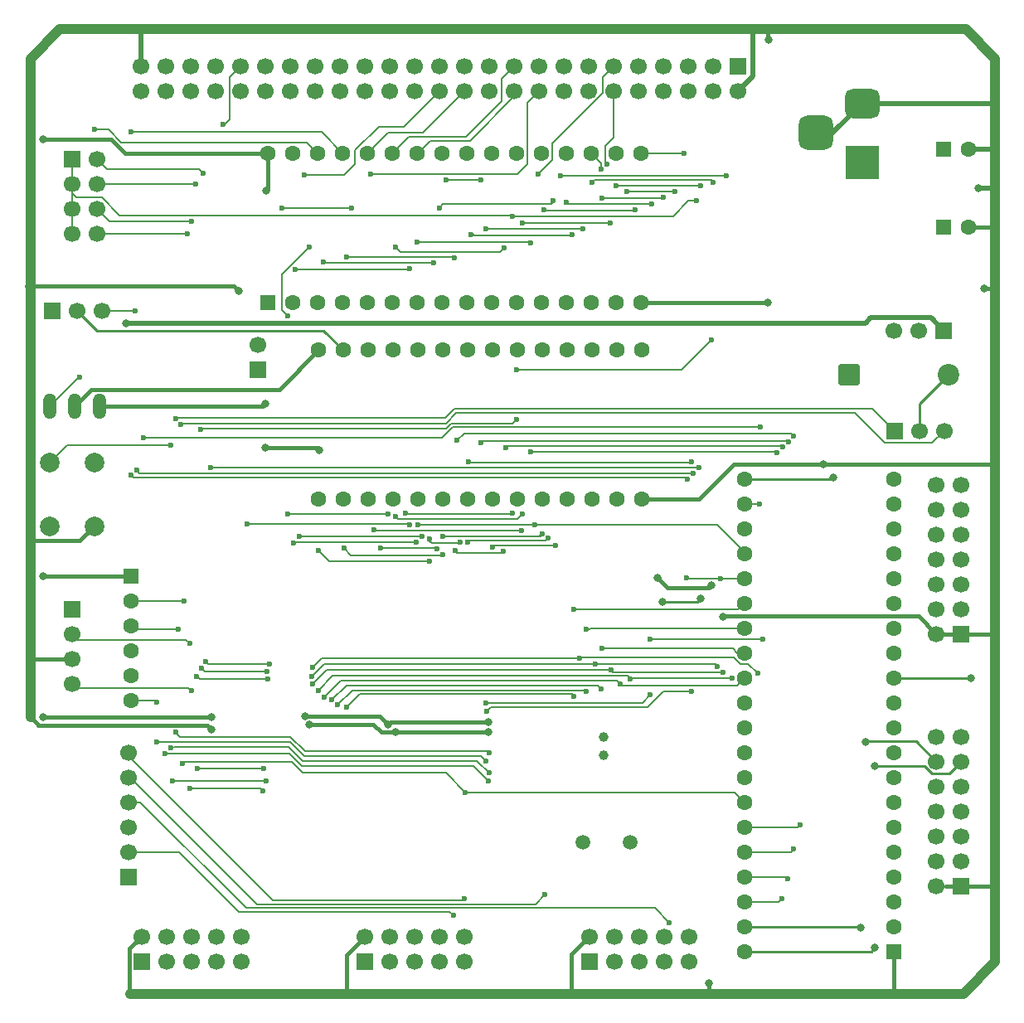
<source format=gbl>
%TF.GenerationSoftware,KiCad,Pcbnew,9.0.4*%
%TF.CreationDate,2025-09-14T15:15:17-04:00*%
%TF.ProjectId,Mench Reloaded,4d656e63-6820-4526-956c-6f616465642e,rev?*%
%TF.SameCoordinates,Original*%
%TF.FileFunction,Copper,L2,Bot*%
%TF.FilePolarity,Positive*%
%FSLAX46Y46*%
G04 Gerber Fmt 4.6, Leading zero omitted, Abs format (unit mm)*
G04 Created by KiCad (PCBNEW 9.0.4) date 2025-09-14 15:15:17*
%MOMM*%
%LPD*%
G01*
G04 APERTURE LIST*
G04 Aperture macros list*
%AMRoundRect*
0 Rectangle with rounded corners*
0 $1 Rounding radius*
0 $2 $3 $4 $5 $6 $7 $8 $9 X,Y pos of 4 corners*
0 Add a 4 corners polygon primitive as box body*
4,1,4,$2,$3,$4,$5,$6,$7,$8,$9,$2,$3,0*
0 Add four circle primitives for the rounded corners*
1,1,$1+$1,$2,$3*
1,1,$1+$1,$4,$5*
1,1,$1+$1,$6,$7*
1,1,$1+$1,$8,$9*
0 Add four rect primitives between the rounded corners*
20,1,$1+$1,$2,$3,$4,$5,0*
20,1,$1+$1,$4,$5,$6,$7,0*
20,1,$1+$1,$6,$7,$8,$9,0*
20,1,$1+$1,$8,$9,$2,$3,0*%
G04 Aperture macros list end*
%TA.AperFunction,ComponentPad*%
%ADD10R,1.700000X1.700000*%
%TD*%
%TA.AperFunction,ComponentPad*%
%ADD11C,1.700000*%
%TD*%
%TA.AperFunction,ComponentPad*%
%ADD12RoundRect,0.250000X0.550000X-0.550000X0.550000X0.550000X-0.550000X0.550000X-0.550000X-0.550000X0*%
%TD*%
%TA.AperFunction,ComponentPad*%
%ADD13C,1.600000*%
%TD*%
%TA.AperFunction,ComponentPad*%
%ADD14R,3.500000X3.500000*%
%TD*%
%TA.AperFunction,ComponentPad*%
%ADD15RoundRect,0.750000X-1.000000X0.750000X-1.000000X-0.750000X1.000000X-0.750000X1.000000X0.750000X0*%
%TD*%
%TA.AperFunction,ComponentPad*%
%ADD16RoundRect,0.875000X-0.875000X0.875000X-0.875000X-0.875000X0.875000X-0.875000X0.875000X0.875000X0*%
%TD*%
%TA.AperFunction,ComponentPad*%
%ADD17C,2.000000*%
%TD*%
%TA.AperFunction,ComponentPad*%
%ADD18C,1.000000*%
%TD*%
%TA.AperFunction,ComponentPad*%
%ADD19RoundRect,0.250000X-0.550000X-0.550000X0.550000X-0.550000X0.550000X0.550000X-0.550000X0.550000X0*%
%TD*%
%TA.AperFunction,ComponentPad*%
%ADD20C,1.500000*%
%TD*%
%TA.AperFunction,ComponentPad*%
%ADD21R,1.600000X1.600000*%
%TD*%
%TA.AperFunction,ComponentPad*%
%ADD22RoundRect,0.250000X0.550000X0.550000X-0.550000X0.550000X-0.550000X-0.550000X0.550000X-0.550000X0*%
%TD*%
%TA.AperFunction,ComponentPad*%
%ADD23O,1.320800X2.641600*%
%TD*%
%TA.AperFunction,ComponentPad*%
%ADD24RoundRect,0.249999X-0.850001X-0.850001X0.850001X-0.850001X0.850001X0.850001X-0.850001X0.850001X0*%
%TD*%
%TA.AperFunction,ComponentPad*%
%ADD25C,2.200000*%
%TD*%
%TA.AperFunction,ViaPad*%
%ADD26C,0.800000*%
%TD*%
%TA.AperFunction,ViaPad*%
%ADD27C,0.600000*%
%TD*%
%TA.AperFunction,Conductor*%
%ADD28C,1.000000*%
%TD*%
%TA.AperFunction,Conductor*%
%ADD29C,0.400000*%
%TD*%
%TA.AperFunction,Conductor*%
%ADD30C,0.500000*%
%TD*%
%TA.AperFunction,Conductor*%
%ADD31C,0.200000*%
%TD*%
%TA.AperFunction,Conductor*%
%ADD32C,0.250000*%
%TD*%
G04 APERTURE END LIST*
D10*
%TO.P,J9,1,Pin_1*%
%TO.N,+5V*%
X58000000Y-74500000D03*
D11*
%TO.P,J9,2,Pin_2*%
%TO.N,Net-(J9-Pin_2)*%
X60540000Y-74500000D03*
%TO.P,J9,3,Pin_3*%
%TO.N,MEMWEB*%
X63080000Y-74500000D03*
%TD*%
D10*
%TO.P,J1,1,Pin_1*%
%TO.N,+5V*%
X128000000Y-49500000D03*
D11*
%TO.P,J1,2,Pin_2*%
%TO.N,GND*%
X128000000Y-52040000D03*
%TO.P,J1,3,Pin_3*%
%TO.N,d0*%
X125460000Y-49500000D03*
%TO.P,J1,4,Pin_4*%
%TO.N,d1*%
X125460000Y-52040000D03*
%TO.P,J1,5,Pin_5*%
%TO.N,d2*%
X122920000Y-49500000D03*
%TO.P,J1,6,Pin_6*%
%TO.N,d3*%
X122920000Y-52040000D03*
%TO.P,J1,7,Pin_7*%
%TO.N,d4*%
X120380000Y-49500000D03*
%TO.P,J1,8,Pin_8*%
%TO.N,d5*%
X120380000Y-52040000D03*
%TO.P,J1,9,Pin_9*%
%TO.N,d6*%
X117840000Y-49500000D03*
%TO.P,J1,10,Pin_10*%
%TO.N,d7*%
X117840000Y-52040000D03*
%TO.P,J1,11,Pin_11*%
%TO.N,a0*%
X115300000Y-49500000D03*
%TO.P,J1,12,Pin_12*%
%TO.N,a1*%
X115300000Y-52040000D03*
%TO.P,J1,13,Pin_13*%
%TO.N,a2*%
X112760000Y-49500000D03*
%TO.P,J1,14,Pin_14*%
%TO.N,a3*%
X112760000Y-52040000D03*
%TO.P,J1,15,Pin_15*%
%TO.N,a4*%
X110220000Y-49500000D03*
%TO.P,J1,16,Pin_16*%
%TO.N,a5*%
X110220000Y-52040000D03*
%TO.P,J1,17,Pin_17*%
%TO.N,a6*%
X107680000Y-49500000D03*
%TO.P,J1,18,Pin_18*%
%TO.N,a7*%
X107680000Y-52040000D03*
%TO.P,J1,19,Pin_19*%
%TO.N,a8*%
X105140000Y-49500000D03*
%TO.P,J1,20,Pin_20*%
%TO.N,a9*%
X105140000Y-52040000D03*
%TO.P,J1,21,Pin_21*%
%TO.N,a10*%
X102600000Y-49500000D03*
%TO.P,J1,22,Pin_22*%
%TO.N,a11*%
X102600000Y-52040000D03*
%TO.P,J1,23,Pin_23*%
%TO.N,a12*%
X100060000Y-49500000D03*
%TO.P,J1,24,Pin_24*%
%TO.N,a13*%
X100060000Y-52040000D03*
%TO.P,J1,25,Pin_25*%
%TO.N,a14*%
X97520000Y-49500000D03*
%TO.P,J1,26,Pin_26*%
%TO.N,a15*%
X97520000Y-52040000D03*
%TO.P,J1,27,Pin_27*%
%TO.N,a16*%
X94980000Y-49500000D03*
%TO.P,J1,28,Pin_28*%
%TO.N,a17*%
X94980000Y-52040000D03*
%TO.P,J1,29,Pin_29*%
%TO.N,a18*%
X92440000Y-49500000D03*
%TO.P,J1,30,Pin_30*%
%TO.N,a19*%
X92440000Y-52040000D03*
%TO.P,J1,31,Pin_31*%
%TO.N,a20*%
X89900000Y-49500000D03*
%TO.P,J1,32,Pin_32*%
%TO.N,a21*%
X89900000Y-52040000D03*
%TO.P,J1,33,Pin_33*%
%TO.N,a22*%
X87360000Y-49500000D03*
%TO.P,J1,34,Pin_34*%
%TO.N,a23*%
X87360000Y-52040000D03*
%TO.P,J1,35,Pin_35*%
%TO.N,csb0*%
X84820000Y-49500000D03*
%TO.P,J1,36,Pin_36*%
%TO.N,csb1*%
X84820000Y-52040000D03*
%TO.P,J1,37,Pin_37*%
%TO.N,csb5*%
X82280000Y-49500000D03*
%TO.P,J1,38,Pin_38*%
%TO.N,csb6*%
X82280000Y-52040000D03*
%TO.P,J1,39,Pin_39*%
%TO.N,csb7*%
X79740000Y-49500000D03*
%TO.P,J1,40,Pin_40*%
%TO.N,IRQB*%
X79740000Y-52040000D03*
%TO.P,J1,41,Pin_41*%
%TO.N,NMIB*%
X77200000Y-49500000D03*
%TO.P,J1,42,Pin_42*%
%TO.N,RESB*%
X77200000Y-52040000D03*
%TO.P,J1,43,Pin_43*%
%TO.N,CLKOB*%
X74660000Y-49500000D03*
%TO.P,J1,44,Pin_44*%
%TO.N,FCLKOB*%
X74660000Y-52040000D03*
%TO.P,J1,45,Pin_45*%
%TO.N,RUN*%
X72120000Y-49500000D03*
%TO.P,J1,46,Pin_46*%
%TO.N,BE*%
X72120000Y-52040000D03*
%TO.P,J1,47,Pin_47*%
%TO.N,WEB*%
X69580000Y-49500000D03*
%TO.P,J1,48,Pin_48*%
%TO.N,PHI2*%
X69580000Y-52040000D03*
%TO.P,J1,49,Pin_49*%
%TO.N,GND*%
X67040000Y-49500000D03*
%TO.P,J1,50,Pin_50*%
%TO.N,+5V*%
X67040000Y-52040000D03*
%TD*%
D10*
%TO.P,J14,1,Pin_1*%
%TO.N,GND*%
X150790000Y-107540000D03*
D11*
%TO.P,J14,2,Pin_2*%
X148250000Y-107540000D03*
%TO.P,J14,3,Pin_3*%
%TO.N,Net-(J14-Pin_3)*%
X150790000Y-105000000D03*
%TO.P,J14,4,Pin_4*%
%TO.N,Net-(J14-Pin_4)*%
X148250000Y-105000000D03*
%TO.P,J14,5,Pin_5*%
%TO.N,Net-(J14-Pin_5)*%
X150790000Y-102460000D03*
%TO.P,J14,6,Pin_6*%
%TO.N,Net-(J14-Pin_6)*%
X148250000Y-102460000D03*
%TO.P,J14,7,Pin_7*%
%TO.N,Net-(J14-Pin_7)*%
X150790000Y-99920000D03*
%TO.P,J14,8,Pin_8*%
%TO.N,Net-(J14-Pin_8)*%
X148250000Y-99920000D03*
%TO.P,J14,9,Pin_9*%
%TO.N,Net-(J14-Pin_9)*%
X150790000Y-97380000D03*
%TO.P,J14,10,Pin_10*%
%TO.N,Net-(J14-Pin_10)*%
X148250000Y-97380000D03*
%TO.P,J14,11,Pin_11*%
%TO.N,Net-(J14-Pin_11)*%
X150790000Y-94840000D03*
%TO.P,J14,12,Pin_12*%
%TO.N,Net-(J14-Pin_12)*%
X148250000Y-94840000D03*
%TO.P,J14,13,Pin_13*%
%TO.N,+5V*%
X150790000Y-92300000D03*
%TO.P,J14,14,Pin_14*%
X148250000Y-92300000D03*
%TD*%
D12*
%TO.P,U2,1,NC*%
%TO.N,a17_Select*%
X80000000Y-73645439D03*
D13*
%TO.P,U2,2,A16*%
%TO.N,a16*%
X82540000Y-73645439D03*
%TO.P,U2,3,A14*%
%TO.N,a14*%
X85080000Y-73645439D03*
%TO.P,U2,4,A12*%
%TO.N,a12*%
X87620000Y-73645439D03*
%TO.P,U2,5,A7*%
%TO.N,a7*%
X90160000Y-73645439D03*
%TO.P,U2,6,A6*%
%TO.N,a6*%
X92700000Y-73645439D03*
%TO.P,U2,7,A5*%
%TO.N,a5*%
X95240000Y-73645439D03*
%TO.P,U2,8,A4*%
%TO.N,a4*%
X97780000Y-73645439D03*
%TO.P,U2,9,A3*%
%TO.N,a3*%
X100320000Y-73645439D03*
%TO.P,U2,10,A2*%
%TO.N,a2*%
X102860000Y-73645439D03*
%TO.P,U2,11,A1*%
%TO.N,a1*%
X105400000Y-73645439D03*
%TO.P,U2,12,A0*%
%TO.N,a0*%
X107940000Y-73645439D03*
%TO.P,U2,13,Q0*%
%TO.N,d0*%
X110480000Y-73645439D03*
%TO.P,U2,14,Q1*%
%TO.N,d1*%
X113020000Y-73645439D03*
%TO.P,U2,15,Q2*%
%TO.N,d2*%
X115560000Y-73645439D03*
%TO.P,U2,16,GND*%
%TO.N,GND*%
X118100000Y-73645439D03*
%TO.P,U2,17,Q3*%
%TO.N,d3*%
X118100000Y-58405439D03*
%TO.P,U2,18,Q4*%
%TO.N,d4*%
X115560000Y-58405439D03*
%TO.P,U2,19,Q5*%
%TO.N,d5*%
X113020000Y-58405439D03*
%TO.P,U2,20,Q6*%
%TO.N,d6*%
X110480000Y-58405439D03*
%TO.P,U2,21,Q7*%
%TO.N,d7*%
X107940000Y-58405439D03*
%TO.P,U2,22,~{CS1}*%
%TO.N,MEMCS1B*%
X105400000Y-58405439D03*
%TO.P,U2,23,A10*%
%TO.N,a10*%
X102860000Y-58405439D03*
%TO.P,U2,24,~{OE}*%
%TO.N,MEMOEB*%
X100320000Y-58405439D03*
%TO.P,U2,25,A11*%
%TO.N,a11*%
X97780000Y-58405439D03*
%TO.P,U2,26,A9*%
%TO.N,a9*%
X95240000Y-58405439D03*
%TO.P,U2,27,A8*%
%TO.N,a8*%
X92700000Y-58405439D03*
%TO.P,U2,28,A13*%
%TO.N,a13*%
X90160000Y-58405439D03*
%TO.P,U2,29,~{WE}*%
%TO.N,MEMWEB*%
X87620000Y-58405439D03*
%TO.P,U2,30,CS2*%
%TO.N,MEMCS2*%
X85080000Y-58405439D03*
%TO.P,U2,31,A15*%
%TO.N,a15*%
X82540000Y-58405439D03*
%TO.P,U2,32,VCC*%
%TO.N,+5V*%
X80000000Y-58405439D03*
%TD*%
D14*
%TO.P,J8,1*%
%TO.N,Net-(U4-VI)*%
X140657500Y-59340000D03*
D15*
%TO.P,J8,2*%
%TO.N,GND*%
X140657500Y-53340000D03*
D16*
%TO.P,J8,3*%
X135957500Y-56340000D03*
%TD*%
D10*
%TO.P,J2,1,Pin_1*%
%TO.N,+5V*%
X60000000Y-105000000D03*
D11*
%TO.P,J2,2,Pin_2*%
%TO.N,TG0*%
X60000000Y-107540000D03*
%TO.P,J2,3,Pin_3*%
%TO.N,GND*%
X60000000Y-110080000D03*
%TO.P,J2,4,Pin_4*%
%TO.N,TG1*%
X60000000Y-112620000D03*
%TD*%
D10*
%TO.P,J10,1,Pin_1*%
%TO.N,GND*%
X65750000Y-132300000D03*
D11*
%TO.P,J10,2,Pin_2*%
%TO.N,DTRB3*%
X65750000Y-129760000D03*
%TO.P,J10,3,Pin_3*%
%TO.N,Net-(J10-Pin_3)*%
X65750000Y-127220000D03*
%TO.P,J10,4,Pin_4*%
%TO.N,RXD3*%
X65750000Y-124680000D03*
%TO.P,J10,5,Pin_5*%
%TO.N,TXD3*%
X65750000Y-122140000D03*
%TO.P,J10,6,Pin_6*%
%TO.N,DSRB3*%
X65750000Y-119600000D03*
%TD*%
D10*
%TO.P,J7,1,Pin_1*%
%TO.N,a17*%
X79000000Y-80500000D03*
D11*
%TO.P,J7,2,Pin_2*%
%TO.N,a17_Select*%
X79000000Y-77960000D03*
%TD*%
D17*
%TO.P,SW1,1,1*%
%TO.N,GND*%
X62250000Y-90000000D03*
X62250000Y-96500000D03*
%TO.P,SW1,2,2*%
%TO.N,RESB*%
X57750000Y-90000000D03*
X57750000Y-96500000D03*
%TD*%
D18*
%TO.P,Y1,1,1*%
%TO.N,Net-(U1-CLK)*%
X114250000Y-119900000D03*
%TO.P,Y1,2,2*%
%TO.N,Net-(C3-Pad1)*%
X114250000Y-118000000D03*
%TD*%
D10*
%TO.P,J4,1,Pin_1*%
%TO.N,+5V*%
X67100000Y-140940000D03*
D11*
%TO.P,J4,2,Pin_2*%
%TO.N,GND*%
X67100000Y-138400000D03*
%TO.P,J4,3,Pin_3*%
%TO.N,NMIB*%
X69640000Y-140940000D03*
%TO.P,J4,4,Pin_4*%
%TO.N,IRQB*%
X69640000Y-138400000D03*
%TO.P,J4,5,Pin_5*%
%TO.N,PIIB*%
X72180000Y-140940000D03*
%TO.P,J4,6,Pin_6*%
%TO.N,FA15*%
X72180000Y-138400000D03*
%TO.P,J4,7,Pin_7*%
%TO.N,AMS*%
X74720000Y-140940000D03*
%TO.P,J4,8,Pin_8*%
%TO.N,PIRS0*%
X74720000Y-138400000D03*
%TO.P,J4,9,Pin_9*%
%TO.N,PIRS1*%
X77260000Y-140940000D03*
%TO.P,J4,10,Pin_10*%
%TO.N,PIRS2*%
X77260000Y-138400000D03*
%TD*%
D19*
%TO.P,C9,1*%
%TO.N,Net-(U4-VI)*%
X149000000Y-58000000D03*
D13*
%TO.P,C9,2*%
%TO.N,GND*%
X151500000Y-58000000D03*
%TD*%
D10*
%TO.P,J13,1,Pin_1*%
%TO.N,GND*%
X150790000Y-133250000D03*
D11*
%TO.P,J13,2,Pin_2*%
X148250000Y-133250000D03*
%TO.P,J13,3,Pin_3*%
%TO.N,Net-(J13-Pin_3)*%
X150790000Y-130710000D03*
%TO.P,J13,4,Pin_4*%
%TO.N,Net-(J13-Pin_4)*%
X148250000Y-130710000D03*
%TO.P,J13,5,Pin_5*%
%TO.N,Net-(J13-Pin_5)*%
X150790000Y-128170000D03*
%TO.P,J13,6,Pin_6*%
%TO.N,Net-(J13-Pin_6)*%
X148250000Y-128170000D03*
%TO.P,J13,7,Pin_7*%
%TO.N,Net-(J13-Pin_7)*%
X150790000Y-125630000D03*
%TO.P,J13,8,Pin_8*%
%TO.N,Net-(J13-Pin_8)*%
X148250000Y-125630000D03*
%TO.P,J13,9,Pin_9*%
%TO.N,Net-(J13-Pin_9)*%
X150790000Y-123090000D03*
%TO.P,J13,10,Pin_10*%
%TO.N,Net-(J13-Pin_10)*%
X148250000Y-123090000D03*
%TO.P,J13,11,Pin_11*%
%TO.N,Net-(J13-Pin_11)*%
X150790000Y-120550000D03*
%TO.P,J13,12,Pin_12*%
%TO.N,Net-(J13-Pin_12)*%
X148250000Y-120550000D03*
%TO.P,J13,13,Pin_13*%
%TO.N,+5V*%
X150790000Y-118010000D03*
%TO.P,J13,14,Pin_14*%
X148250000Y-118010000D03*
%TD*%
D10*
%TO.P,J6,1,Pin_1*%
%TO.N,+5V*%
X112815157Y-140940000D03*
D11*
%TO.P,J6,2,Pin_2*%
%TO.N,GND*%
X112815157Y-138400000D03*
%TO.P,J6,3,Pin_3*%
%TO.N,RXD0*%
X115355157Y-140940000D03*
%TO.P,J6,4,Pin_4*%
%TO.N,TXD0*%
X115355157Y-138400000D03*
%TO.P,J6,5,Pin_5*%
%TO.N,RXD1*%
X117895157Y-140940000D03*
%TO.P,J6,6,Pin_6*%
%TO.N,TXD1*%
X117895157Y-138400000D03*
%TO.P,J6,7,Pin_7*%
%TO.N,RXD2*%
X120435157Y-140940000D03*
%TO.P,J6,8,Pin_8*%
%TO.N,TXD2*%
X120435157Y-138400000D03*
%TO.P,J6,9,Pin_9*%
%TO.N,RXD3*%
X122975157Y-140940000D03*
%TO.P,J6,10,Pin_10*%
%TO.N,TXD3*%
X122975157Y-138400000D03*
%TD*%
D20*
%TO.P,Y2,1,1*%
%TO.N,Net-(U1-FCLK)*%
X117000000Y-128769394D03*
%TO.P,Y2,2,2*%
%TO.N,Net-(C4-Pad1)*%
X112120000Y-128769394D03*
%TD*%
D21*
%TO.P,RN1,1,common*%
%TO.N,+5V*%
X66040000Y-101600000D03*
D13*
%TO.P,RN1,2,R1*%
%TO.N,NMIB*%
X66040000Y-104140000D03*
%TO.P,RN1,3,R2*%
%TO.N,IRQB*%
X66040000Y-106680000D03*
%TO.P,RN1,4,R3*%
%TO.N,FA15*%
X66040000Y-109220000D03*
%TO.P,RN1,5,R4*%
%TO.N,AMS*%
X66040000Y-111760000D03*
%TO.P,RN1,6,R5*%
%TO.N,BE*%
X66040000Y-114300000D03*
%TD*%
D10*
%TO.P,J3,1,Pin_1*%
%TO.N,MEMCS1B*%
X60000000Y-59000000D03*
D11*
%TO.P,J3,2,Pin_2*%
%TO.N,csb3*%
X62540000Y-59000000D03*
%TO.P,J3,3,Pin_3*%
%TO.N,MEMCS1B*%
X60000000Y-61540000D03*
%TO.P,J3,4,Pin_4*%
%TO.N,csb5*%
X62540000Y-61540000D03*
%TO.P,J3,5,Pin_5*%
%TO.N,MEMCS1B*%
X60000000Y-64080000D03*
%TO.P,J3,6,Pin_6*%
%TO.N,csb6*%
X62540000Y-64080000D03*
%TO.P,J3,7,Pin_7*%
%TO.N,MEMCS1B*%
X60000000Y-66620000D03*
%TO.P,J3,8,Pin_8*%
%TO.N,csb7*%
X62540000Y-66620000D03*
%TD*%
D22*
%TO.P,U6,1,VSS*%
%TO.N,GND*%
X143905000Y-139920000D03*
D13*
%TO.P,U6,2,PA0*%
%TO.N,Net-(J13-Pin_3)*%
X143905000Y-137380000D03*
%TO.P,U6,3,PA1*%
%TO.N,Net-(J13-Pin_4)*%
X143905000Y-134840000D03*
%TO.P,U6,4,PA2*%
%TO.N,Net-(J13-Pin_5)*%
X143905000Y-132300000D03*
%TO.P,U6,5,PA3*%
%TO.N,Net-(J13-Pin_6)*%
X143905000Y-129760000D03*
%TO.P,U6,6,PA4*%
%TO.N,Net-(J13-Pin_7)*%
X143905000Y-127220000D03*
%TO.P,U6,7,PA5*%
%TO.N,Net-(J13-Pin_8)*%
X143905000Y-124680000D03*
%TO.P,U6,8,PA6*%
%TO.N,Net-(J13-Pin_9)*%
X143905000Y-122140000D03*
%TO.P,U6,9,PA7*%
%TO.N,Net-(J13-Pin_10)*%
X143905000Y-119600000D03*
%TO.P,U6,10,PB0*%
%TO.N,Net-(J14-Pin_3)*%
X143905000Y-117060000D03*
%TO.P,U6,11,PB1*%
%TO.N,Net-(J14-Pin_4)*%
X143905000Y-114520000D03*
%TO.P,U6,12,PB2*%
%TO.N,Net-(J14-Pin_5)*%
X143905000Y-111980000D03*
%TO.P,U6,13,PB3*%
%TO.N,Net-(J14-Pin_6)*%
X143905000Y-109440000D03*
%TO.P,U6,14,PB4*%
%TO.N,Net-(J14-Pin_7)*%
X143905000Y-106900000D03*
%TO.P,U6,15,PB5*%
%TO.N,Net-(J14-Pin_8)*%
X143905000Y-104360000D03*
%TO.P,U6,16,PB6*%
%TO.N,Net-(J14-Pin_9)*%
X143905000Y-101820000D03*
%TO.P,U6,17,PB7*%
%TO.N,Net-(J14-Pin_10)*%
X143905000Y-99280000D03*
%TO.P,U6,18,CB1*%
%TO.N,Net-(J14-Pin_11)*%
X143905000Y-96740000D03*
%TO.P,U6,19,CB2*%
%TO.N,Net-(J14-Pin_12)*%
X143905000Y-94200000D03*
%TO.P,U6,20,VCC*%
%TO.N,+5V*%
X143905000Y-91660000D03*
%TO.P,U6,21,~{IRQ}*%
%TO.N,Net-(D6-K)*%
X128665000Y-91660000D03*
%TO.P,U6,22,R/~{W}*%
%TO.N,WEB*%
X128665000Y-94200000D03*
%TO.P,U6,23,~{CS2}*%
%TO.N,csb1*%
X128665000Y-96740000D03*
%TO.P,U6,24,CS1*%
%TO.N,a5*%
X128665000Y-99280000D03*
%TO.P,U6,25,\u03D52*%
%TO.N,PHI2*%
X128665000Y-101820000D03*
%TO.P,U6,26,D7*%
%TO.N,d7*%
X128665000Y-104360000D03*
%TO.P,U6,27,D6*%
%TO.N,d6*%
X128665000Y-106900000D03*
%TO.P,U6,28,D5*%
%TO.N,d5*%
X128665000Y-109440000D03*
%TO.P,U6,29,D4*%
%TO.N,d4*%
X128665000Y-111980000D03*
%TO.P,U6,30,D3*%
%TO.N,d3*%
X128665000Y-114520000D03*
%TO.P,U6,31,D2*%
%TO.N,d2*%
X128665000Y-117060000D03*
%TO.P,U6,32,D1*%
%TO.N,d1*%
X128665000Y-119600000D03*
%TO.P,U6,33,D0*%
%TO.N,d0*%
X128665000Y-122140000D03*
%TO.P,U6,34,~{RES}*%
%TO.N,RESB*%
X128665000Y-124680000D03*
%TO.P,U6,35,RS3*%
%TO.N,a3*%
X128665000Y-127220000D03*
%TO.P,U6,36,RS2*%
%TO.N,a2*%
X128665000Y-129760000D03*
%TO.P,U6,37,RS1*%
%TO.N,a1*%
X128665000Y-132300000D03*
%TO.P,U6,38,RS0*%
%TO.N,a0*%
X128665000Y-134840000D03*
%TO.P,U6,39,CA2*%
%TO.N,Net-(J13-Pin_12)*%
X128665000Y-137380000D03*
%TO.P,U6,40,CA1*%
%TO.N,Net-(J13-Pin_11)*%
X128665000Y-139920000D03*
%TD*%
D10*
%TO.P,J11,1,Pin_1*%
%TO.N,Net-(J10-Pin_3)*%
X149000000Y-76500000D03*
D11*
%TO.P,J11,2,Pin_2*%
%TO.N,+5V*%
X146460000Y-76500000D03*
%TO.P,J11,3,Pin_3*%
%TO.N,Net-(J11-Pin_3)*%
X143920000Y-76500000D03*
%TD*%
D10*
%TO.P,J5,1,Pin_1*%
%TO.N,+5V*%
X89905942Y-140940000D03*
D11*
%TO.P,J5,2,Pin_2*%
%TO.N,GND*%
X89905942Y-138400000D03*
%TO.P,J5,3,Pin_3*%
%TO.N,DTRB0*%
X92445942Y-140940000D03*
%TO.P,J5,4,Pin_4*%
%TO.N,DSRB0*%
X92445942Y-138400000D03*
%TO.P,J5,5,Pin_5*%
%TO.N,DTRB1*%
X94985942Y-140940000D03*
%TO.P,J5,6,Pin_6*%
%TO.N,DSRB1*%
X94985942Y-138400000D03*
%TO.P,J5,7,Pin_7*%
%TO.N,DTRB2*%
X97525942Y-140940000D03*
%TO.P,J5,8,Pin_8*%
%TO.N,DSRB2*%
X97525942Y-138400000D03*
%TO.P,J5,9,Pin_9*%
%TO.N,DTRB3*%
X100065942Y-140940000D03*
%TO.P,J5,10,Pin_10*%
%TO.N,DSRB3*%
X100065942Y-138400000D03*
%TD*%
D19*
%TO.P,C10,1*%
%TO.N,Net-(J11-Pin_3)*%
X149000000Y-66000000D03*
D13*
%TO.P,C10,2*%
%TO.N,GND*%
X151500000Y-66000000D03*
%TD*%
D23*
%TO.P,IC1,1,/RST*%
%TO.N,RESB*%
X57710000Y-84250000D03*
%TO.P,IC1,2,+5V*%
%TO.N,+5V*%
X60250000Y-84250000D03*
%TO.P,IC1,3,GND*%
%TO.N,GND*%
X62790000Y-84250000D03*
%TD*%
D13*
%TO.P,U3,1,A14*%
%TO.N,a14*%
X85156500Y-93750000D03*
%TO.P,U3,2,A12*%
%TO.N,a12*%
X87696500Y-93750000D03*
%TO.P,U3,3,A7*%
%TO.N,a7*%
X90236500Y-93750000D03*
%TO.P,U3,4,A6*%
%TO.N,a6*%
X92776500Y-93750000D03*
%TO.P,U3,5,A5*%
%TO.N,a5*%
X95316500Y-93750000D03*
%TO.P,U3,6,A4*%
%TO.N,a4*%
X97856500Y-93750000D03*
%TO.P,U3,7,A3*%
%TO.N,a3*%
X100396500Y-93750000D03*
%TO.P,U3,8,A2*%
%TO.N,a2*%
X102936500Y-93750000D03*
%TO.P,U3,9,A1*%
%TO.N,a1*%
X105476500Y-93750000D03*
%TO.P,U3,10,A0*%
%TO.N,a0*%
X108016500Y-93750000D03*
%TO.P,U3,11,D0*%
%TO.N,d0*%
X110556500Y-93750000D03*
%TO.P,U3,12,D1*%
%TO.N,d1*%
X113096500Y-93750000D03*
%TO.P,U3,13,D2*%
%TO.N,d2*%
X115636500Y-93750000D03*
%TO.P,U3,14,GND*%
%TO.N,GND*%
X118176500Y-93750000D03*
%TO.P,U3,15,D3*%
%TO.N,d3*%
X118176500Y-78510000D03*
%TO.P,U3,16,D4*%
%TO.N,d4*%
X115636500Y-78510000D03*
%TO.P,U3,17,D5*%
%TO.N,d5*%
X113096500Y-78510000D03*
%TO.P,U3,18,D6*%
%TO.N,d6*%
X110556500Y-78510000D03*
%TO.P,U3,19,D7*%
%TO.N,d7*%
X108016500Y-78510000D03*
%TO.P,U3,20,~{CS}*%
%TO.N,csb4*%
X105476500Y-78510000D03*
%TO.P,U3,21,A10*%
%TO.N,a10*%
X102936500Y-78510000D03*
%TO.P,U3,22,~{OE}*%
%TO.N,MEMOEB*%
X100396500Y-78510000D03*
%TO.P,U3,23,A11*%
%TO.N,a11*%
X97856500Y-78510000D03*
%TO.P,U3,24,A9*%
%TO.N,a9*%
X95316500Y-78510000D03*
%TO.P,U3,25,A8*%
%TO.N,a8*%
X92776500Y-78510000D03*
%TO.P,U3,26,A13*%
%TO.N,a13*%
X90236500Y-78510000D03*
%TO.P,U3,27,~{WE}*%
%TO.N,Net-(J9-Pin_2)*%
X87696500Y-78510000D03*
%TO.P,U3,28,VCC*%
%TO.N,+5V*%
X85156500Y-78510000D03*
%TD*%
D10*
%TO.P,J12,1,Pin_1*%
%TO.N,IRQB*%
X143975000Y-86750000D03*
D11*
%TO.P,J12,2,Pin_2*%
%TO.N,Net-(D6-A)*%
X146515000Y-86750000D03*
%TO.P,J12,3,Pin_3*%
%TO.N,NMIB*%
X149055000Y-86750000D03*
%TD*%
D24*
%TO.P,D6,1,K*%
%TO.N,Net-(D6-K)*%
X139340000Y-81000000D03*
D25*
%TO.P,D6,2,A*%
%TO.N,Net-(D6-A)*%
X149500000Y-81000000D03*
%TD*%
D26*
%TO.N,GND*%
X126500000Y-105750000D03*
X136750000Y-90211075D03*
X125250000Y-102520000D03*
X102500000Y-117500003D03*
X152500000Y-62000000D03*
X84256582Y-116761202D03*
X77000000Y-72500000D03*
X119750000Y-101750000D03*
X74200000Y-117250000D03*
X153150000Y-72250000D03*
X125000000Y-143150000D03*
X93000000Y-117500000D03*
X131000000Y-73645439D03*
X131100000Y-46850000D03*
X79750000Y-84000000D03*
%TO.N,+5V*%
X102500000Y-116500000D03*
X57000000Y-57000000D03*
X79750000Y-88500000D03*
X92250000Y-116750000D03*
X85250000Y-88750000D03*
X74200000Y-116000000D03*
X83750000Y-115899008D03*
X79835464Y-62208001D03*
X57000000Y-101600000D03*
X57000000Y-116000000D03*
D27*
%TO.N,RESB*%
X100174265Y-123674265D03*
X71250000Y-120750000D03*
X70100000Y-88250000D03*
X60750000Y-81250000D03*
%TO.N,DTRB3*%
X98914942Y-136250000D03*
%TO.N,RXD3*%
X121000000Y-137000000D03*
%TO.N,TXD3*%
X108250000Y-134150000D03*
%TO.N,DSRB3*%
X100065942Y-134499000D03*
%TO.N,d0*%
X126796800Y-60750000D03*
X84590123Y-110883235D03*
X109880000Y-60750000D03*
X130000000Y-111500000D03*
X111820000Y-110000000D03*
%TO.N,d1*%
X125460000Y-61350000D03*
X113100000Y-61350000D03*
X113400000Y-110600000D03*
X125876713Y-110802314D03*
X84485256Y-111836632D03*
%TO.N,d2*%
X84557164Y-112633396D03*
X126500000Y-111402314D03*
X124206000Y-61751000D03*
X115000000Y-111200000D03*
X115560000Y-61751000D03*
%TO.N,d3*%
X117000000Y-112100000D03*
X85157164Y-113257297D03*
X122500000Y-58405439D03*
X127365189Y-112002314D03*
%TO.N,d4*%
X116000000Y-112600000D03*
X116660000Y-62351000D03*
X121531000Y-62351000D03*
X85757164Y-113953017D03*
%TO.N,d5*%
X86500000Y-114250000D03*
X114000000Y-113100000D03*
X120380000Y-62951000D03*
X113989327Y-60020143D03*
X114099000Y-109000000D03*
X114120000Y-63000000D03*
%TO.N,d6*%
X119201000Y-63600000D03*
X112500000Y-107000000D03*
X87136041Y-114750000D03*
X110480000Y-63450000D03*
X112500000Y-113350000D03*
%TO.N,d7*%
X111250000Y-113850000D03*
X111220000Y-105000000D03*
X117500000Y-64221200D03*
X88000000Y-115000000D03*
X108204000Y-64221200D03*
%TO.N,a0*%
X107604000Y-60500000D03*
X132000000Y-89000000D03*
X132500000Y-134500000D03*
X106839000Y-88900000D03*
%TO.N,a1*%
X106000000Y-65500000D03*
X104299000Y-88500000D03*
X133100000Y-132500000D03*
X132565687Y-88434313D03*
X114614561Y-59521058D03*
X114960000Y-65500000D03*
%TO.N,a2*%
X133131374Y-87868626D03*
X102250000Y-66100000D03*
X133700000Y-129500000D03*
X102936500Y-98600000D03*
X112150000Y-66100000D03*
X101759000Y-88000000D03*
X109350000Y-98472028D03*
%TO.N,a3*%
X99295500Y-87750000D03*
X100396500Y-98150000D03*
X134300000Y-127000000D03*
X111080000Y-66700000D03*
X108626042Y-97748071D03*
X100720000Y-66750000D03*
X133697061Y-87302939D03*
%TO.N,a4*%
X97500000Y-64000000D03*
X97820000Y-97550000D03*
X108000000Y-97250000D03*
X109118400Y-63250000D03*
%TO.N,a5*%
X106780668Y-67600000D03*
X95240000Y-67500000D03*
X107223055Y-96345082D03*
X95316500Y-96350000D03*
%TO.N,a6*%
X106000000Y-95250000D03*
X93000000Y-68000000D03*
X104114600Y-68100000D03*
X93008949Y-95502983D03*
%TO.N,a7*%
X105885421Y-96950000D03*
X90500000Y-60500000D03*
X90800000Y-96850000D03*
%TO.N,a8*%
X94000000Y-95150000D03*
X104963343Y-95150000D03*
%TO.N,a9*%
X96522991Y-97756131D03*
X99596497Y-98150000D03*
%TO.N,a10*%
X99120000Y-99000000D03*
X104037500Y-99072028D03*
%TO.N,a11*%
X98180000Y-61100000D03*
X101750000Y-61100000D03*
%TO.N,a12*%
X87750000Y-98750000D03*
X99000000Y-69100000D03*
X88000000Y-69000000D03*
X97820000Y-99411339D03*
%TO.N,a13*%
X91500000Y-98750000D03*
X97250000Y-98850000D03*
%TO.N,a14*%
X96500000Y-100051000D03*
X96945023Y-69600000D03*
X85156500Y-99000000D03*
X85686400Y-69500000D03*
%TO.N,a15*%
X83736984Y-60596984D03*
X83240000Y-97500000D03*
X95750000Y-97550000D03*
%TO.N,csb1*%
X74100000Y-90500000D03*
X124039000Y-90500000D03*
%TO.N,csb3*%
X73400000Y-60429453D03*
%TO.N,csb5*%
X72603000Y-61540000D03*
X80111441Y-110552975D03*
X73607928Y-110314876D03*
%TO.N,csb6*%
X73205000Y-111006000D03*
X72202000Y-65354200D03*
X79917927Y-111329221D03*
%TO.N,csb7*%
X72691942Y-111808058D03*
X71801000Y-66620000D03*
X80000000Y-112125000D03*
%TO.N,NMIB*%
X71404000Y-104140000D03*
X75428388Y-55428388D03*
X71100000Y-86124697D03*
%TO.N,IRQB*%
X72750000Y-121250000D03*
X70804000Y-107000000D03*
X70600000Y-85500000D03*
X79545000Y-121205000D03*
%TO.N,PHI2*%
X123433963Y-91100000D03*
X123250000Y-113350000D03*
X66600000Y-90750000D03*
X126250000Y-101820000D03*
X122770000Y-101800000D03*
X102375000Y-115375000D03*
%TO.N,WEB*%
X130200000Y-94200000D03*
X102285167Y-114535167D03*
X130500000Y-108000000D03*
X130250000Y-86400000D03*
X119000000Y-113750000D03*
X119000000Y-108000000D03*
X67250000Y-87500000D03*
%TO.N,MEMWEB*%
X66400000Y-74500000D03*
X122850000Y-91700000D03*
X66000000Y-56250000D03*
X65985421Y-91262149D03*
%TO.N,MEMOEB*%
X123250000Y-89900000D03*
X100500000Y-89900000D03*
%TO.N,a16*%
X94460638Y-70201000D03*
X82639000Y-98250000D03*
X82809968Y-70278561D03*
X95100000Y-98100000D03*
%TO.N,a17*%
X94500000Y-96350000D03*
X77850000Y-96250000D03*
X81439000Y-64000000D03*
X88500000Y-64000000D03*
%TO.N,a18*%
X84240000Y-68000000D03*
X82039000Y-75000000D03*
X82039000Y-95250000D03*
X92250000Y-95250000D03*
%TO.N,FA15*%
X70250000Y-122500000D03*
X79796765Y-122551765D03*
%TO.N,AMS*%
X79500000Y-123500000D03*
X72000000Y-123250000D03*
%TO.N,BE*%
X68600000Y-114500000D03*
X102250000Y-120500000D03*
X68600000Y-118500000D03*
%TO.N,RUN*%
X102500000Y-122505000D03*
X69500000Y-119750000D03*
%TO.N,TG0*%
X72004000Y-108500000D03*
%TO.N,TG1*%
X72174265Y-113325735D03*
%TO.N,csb4*%
X73152000Y-86600000D03*
X125250000Y-77500000D03*
X105400000Y-85600000D03*
X105400000Y-80500000D03*
D26*
%TO.N,Net-(U5-Pad3)*%
X120250000Y-104250000D03*
X124144594Y-103925000D03*
D27*
%TO.N,CLKOB*%
X70600000Y-117541714D03*
X102572098Y-119621610D03*
%TO.N,FCLKOB*%
X70100000Y-119096381D03*
X102546765Y-121703235D03*
D26*
%TO.N,Net-(J10-Pin_3)*%
X65500000Y-75775000D03*
%TO.N,Net-(J13-Pin_11)*%
X142000000Y-121000000D03*
X142000000Y-139500000D03*
%TO.N,Net-(J13-Pin_12)*%
X140500000Y-137500000D03*
X141000000Y-118500000D03*
%TO.N,Net-(J14-Pin_5)*%
X151750000Y-112000000D03*
D27*
%TO.N,MEMCS1B*%
X123750000Y-63250000D03*
X105000000Y-64846200D03*
%TO.N,MEMCS2*%
X62250000Y-56000000D03*
D26*
%TO.N,Net-(D6-K)*%
X137750000Y-91500000D03*
%TD*%
D28*
%TO.N,GND*%
X154250000Y-61750000D02*
X154250000Y-57500000D01*
D29*
X148250000Y-107540000D02*
X154040000Y-107540000D01*
X146409000Y-105699000D02*
X148250000Y-107540000D01*
D28*
X125250000Y-144250000D02*
X111000000Y-144250000D01*
D29*
X112815157Y-138400000D02*
X111732578Y-139482578D01*
X111732578Y-139482578D02*
X111250000Y-139965157D01*
X118176500Y-93750000D02*
X124000000Y-93750000D01*
X153150000Y-72250000D02*
X154250000Y-72250000D01*
X73790714Y-116840714D02*
X74200000Y-117250000D01*
D30*
X128000000Y-52040000D02*
X129500000Y-50540000D01*
D29*
X84256582Y-116761202D02*
X90761202Y-116761202D01*
D30*
X151500000Y-58000000D02*
X153750000Y-58000000D01*
D28*
X88000000Y-144250000D02*
X111000000Y-144250000D01*
D29*
X60750000Y-98000000D02*
X55750000Y-98000000D01*
X56500000Y-116840714D02*
X56500000Y-116750000D01*
X124000000Y-93750000D02*
X127538925Y-90211075D01*
X79500000Y-84250000D02*
X79750000Y-84000000D01*
D28*
X154250000Y-133424000D02*
X154250000Y-141000000D01*
X129500000Y-45750000D02*
X67000000Y-45750000D01*
D29*
X65849000Y-144175000D02*
X65924000Y-144250000D01*
X102499997Y-117500000D02*
X93000000Y-117500000D01*
X136750000Y-90211075D02*
X154211075Y-90211075D01*
D28*
X154250000Y-57500000D02*
X154250000Y-48750000D01*
X154250000Y-67750000D02*
X154250000Y-61750000D01*
X131000000Y-45750000D02*
X129750000Y-45750000D01*
D29*
X125000000Y-143150000D02*
X125000000Y-144000000D01*
D28*
X154250000Y-72250000D02*
X154250000Y-67750000D01*
D29*
X111732578Y-139482578D02*
X111000000Y-140215156D01*
X90761202Y-116761202D02*
X91551000Y-117551000D01*
X129500000Y-46000000D02*
X129750000Y-45750000D01*
X125000000Y-144000000D02*
X125250000Y-144250000D01*
X131000000Y-46750000D02*
X131000000Y-45750000D01*
X143905000Y-139920000D02*
X143905000Y-144079000D01*
X111000000Y-140215156D02*
X111000000Y-144250000D01*
X91551000Y-117551000D02*
X92949000Y-117551000D01*
D30*
X67040000Y-49500000D02*
X67040000Y-45790000D01*
D29*
X67040000Y-45790000D02*
X67000000Y-45750000D01*
X92949000Y-117551000D02*
X93000000Y-117500000D01*
X154040000Y-107540000D02*
X154250000Y-107750000D01*
X149230000Y-133250000D02*
X154250000Y-133250000D01*
D28*
X55750000Y-109750000D02*
X55750000Y-97750000D01*
D29*
X131100000Y-46850000D02*
X131000000Y-46750000D01*
X131000000Y-73645439D02*
X118100000Y-73645439D01*
D28*
X55750000Y-109768572D02*
X55750000Y-116000000D01*
D29*
X125020000Y-102750000D02*
X120750000Y-102750000D01*
X151500000Y-66000000D02*
X154250000Y-66000000D01*
X88000000Y-140305942D02*
X88000000Y-144250000D01*
D28*
X70500000Y-45750000D02*
X58750000Y-45750000D01*
D29*
X102500000Y-117500003D02*
X102499997Y-117500000D01*
D30*
X129500000Y-50540000D02*
X129500000Y-46000000D01*
D29*
X60000000Y-110080000D02*
X55746000Y-110080000D01*
D28*
X58750000Y-45750000D02*
X55750000Y-48750000D01*
X151250000Y-45750000D02*
X131000000Y-45750000D01*
D29*
X135957500Y-56340000D02*
X137657500Y-56340000D01*
D28*
X154250000Y-90250000D02*
X154250000Y-107750000D01*
X151000000Y-144250000D02*
X154250000Y-141000000D01*
D29*
X62250000Y-96500000D02*
X60750000Y-98000000D01*
X120750000Y-102750000D02*
X119750000Y-101750000D01*
D28*
X55750000Y-48750000D02*
X55750000Y-75424000D01*
D29*
X125250000Y-102520000D02*
X125020000Y-102750000D01*
D28*
X65924000Y-144250000D02*
X88000000Y-144250000D01*
D29*
X56500000Y-116750000D02*
X55750000Y-116000000D01*
X65849000Y-139651000D02*
X65849000Y-144175000D01*
X89905942Y-138400000D02*
X88000000Y-140305942D01*
D28*
X154250000Y-67750000D02*
X154250000Y-66000000D01*
D29*
X126500000Y-105750000D02*
X126551000Y-105699000D01*
D30*
X152500000Y-62000000D02*
X154000000Y-62000000D01*
D29*
X153750000Y-58000000D02*
X154250000Y-57500000D01*
X62790000Y-84250000D02*
X79500000Y-84250000D01*
X154211075Y-90211075D02*
X154250000Y-90250000D01*
D28*
X55750000Y-98000000D02*
X55750000Y-72000000D01*
D30*
X137657500Y-56340000D02*
X140657500Y-53340000D01*
D29*
X127538925Y-90211075D02*
X136750000Y-90211075D01*
D28*
X151000000Y-144250000D02*
X125250000Y-144250000D01*
X154250000Y-48750000D02*
X151250000Y-45750000D01*
D29*
X56500000Y-116840714D02*
X73790714Y-116840714D01*
X126551000Y-105699000D02*
X146409000Y-105699000D01*
D28*
X154250000Y-72250000D02*
X154250000Y-90250000D01*
X154250000Y-107750000D02*
X154250000Y-133250000D01*
D29*
X154000000Y-62000000D02*
X154250000Y-61750000D01*
X67100000Y-138400000D02*
X65849000Y-139651000D01*
X76500000Y-72000000D02*
X55326000Y-72000000D01*
X77000000Y-72500000D02*
X76500000Y-72000000D01*
D30*
X140657500Y-53340000D02*
X154514000Y-53340000D01*
D29*
%TO.N,+5V*%
X83750000Y-115899008D02*
X91399008Y-115899008D01*
X64000000Y-57000000D02*
X65405439Y-58405439D01*
X57000000Y-116000000D02*
X74200000Y-116000000D01*
X85000000Y-88500000D02*
X85250000Y-88750000D01*
X80000000Y-62043465D02*
X79835464Y-62208001D01*
X81138300Y-82528200D02*
X61971800Y-82528200D01*
X79750000Y-88500000D02*
X85000000Y-88500000D01*
X85156500Y-78510000D02*
X81138300Y-82528200D01*
X80000000Y-58405439D02*
X80000000Y-62043465D01*
X57000000Y-57000000D02*
X64000000Y-57000000D01*
X92500000Y-116500000D02*
X102500000Y-116500000D01*
X57000000Y-101600000D02*
X66040000Y-101600000D01*
X61971800Y-82528200D02*
X60250000Y-84250000D01*
X92250000Y-116750000D02*
X92500000Y-116500000D01*
X91399008Y-115899008D02*
X92250000Y-116750000D01*
X65405439Y-58405439D02*
X80000000Y-58405439D01*
D31*
%TO.N,RESB*%
X60750000Y-81250000D02*
X60710000Y-81250000D01*
X57750000Y-90000000D02*
X59500000Y-88250000D01*
X98192100Y-121692100D02*
X100174265Y-123674265D01*
X59500000Y-88250000D02*
X70100000Y-88250000D01*
X83557900Y-121692100D02*
X98192100Y-121692100D01*
X60710000Y-81250000D02*
X57710000Y-84250000D01*
X71250000Y-120750000D02*
X71396000Y-120604000D01*
X82469800Y-120604000D02*
X83557900Y-121692100D01*
X71396000Y-120604000D02*
X82469800Y-120604000D01*
X128665000Y-124680000D02*
X127659265Y-123674265D01*
X127659265Y-123674265D02*
X100174265Y-123674265D01*
%TO.N,DTRB3*%
X77016800Y-135901000D02*
X98565942Y-135901000D01*
X98565942Y-135901000D02*
X98914942Y-136250000D01*
X70875800Y-129760000D02*
X70932900Y-129817100D01*
X70760000Y-129760000D02*
X65750000Y-129760000D01*
X70932900Y-129817100D02*
X70817100Y-129817100D01*
X70817100Y-129817100D02*
X70760000Y-129760000D01*
X70932900Y-129817100D02*
X77016800Y-135901000D01*
%TO.N,RXD3*%
X65160000Y-124680000D02*
X66362900Y-124680000D01*
X65750000Y-124680000D02*
X66930000Y-124680000D01*
X119500000Y-135500000D02*
X121000000Y-137000000D01*
X66930000Y-124680000D02*
X77750000Y-135500000D01*
X77750000Y-135500000D02*
X119500000Y-135500000D01*
%TO.N,TXD3*%
X65860000Y-122250000D02*
X65750000Y-122140000D01*
X107301000Y-135099000D02*
X78849000Y-135099000D01*
X78849000Y-135099000D02*
X66000000Y-122250000D01*
X108250000Y-134150000D02*
X107301000Y-135099000D01*
X66000000Y-122250000D02*
X65860000Y-122250000D01*
%TO.N,DSRB3*%
X80448000Y-134698000D02*
X65750000Y-120000000D01*
X100065942Y-134499000D02*
X99866942Y-134698000D01*
X65750000Y-120000000D02*
X65750000Y-119600000D01*
X99866942Y-134698000D02*
X80448000Y-134698000D01*
%TO.N,d0*%
X127566950Y-109899000D02*
X128208950Y-110541000D01*
X111921000Y-109899000D02*
X127566950Y-109899000D01*
X129041000Y-110541000D02*
X130000000Y-111500000D01*
X126796800Y-60750000D02*
X109880000Y-60750000D01*
X85473358Y-110000000D02*
X111820000Y-110000000D01*
X111921000Y-109899000D02*
X111820000Y-110000000D01*
X84590123Y-110883235D02*
X85473358Y-110000000D01*
X128208950Y-110541000D02*
X129041000Y-110541000D01*
%TO.N,d1*%
X125261000Y-61151000D02*
X125460000Y-61350000D01*
X113299000Y-61151000D02*
X125261000Y-61151000D01*
X113100000Y-61350000D02*
X113299000Y-61151000D01*
X84485256Y-111836632D02*
X85721888Y-110600000D01*
X85721888Y-110600000D02*
X113400000Y-110600000D01*
X125674399Y-110600000D02*
X113400000Y-110600000D01*
X125876713Y-110802314D02*
X125674399Y-110600000D01*
%TO.N,d2*%
X115202314Y-111402314D02*
X115000000Y-111200000D01*
X84557164Y-112633396D02*
X85990560Y-111200000D01*
X126500000Y-111402314D02*
X115202314Y-111402314D01*
X85990560Y-111200000D02*
X115000000Y-111200000D01*
X115560000Y-61751000D02*
X124206000Y-61751000D01*
%TO.N,d3*%
X116703314Y-111803314D02*
X117000000Y-112100000D01*
X86611147Y-111803314D02*
X116703314Y-111803314D01*
X85157164Y-113257297D02*
X86611147Y-111803314D01*
X122500000Y-58405439D02*
X118100000Y-58405439D01*
X127365189Y-112002314D02*
X117097686Y-112002314D01*
X117097686Y-112002314D02*
X117000000Y-112100000D01*
%TO.N,d4*%
X116150000Y-112750000D02*
X127895000Y-112750000D01*
X87460181Y-112250000D02*
X115650000Y-112250000D01*
X127895000Y-112750000D02*
X128665000Y-111980000D01*
X115650000Y-112250000D02*
X116000000Y-112600000D01*
X85757164Y-113953017D02*
X87460181Y-112250000D01*
X116000000Y-112600000D02*
X116150000Y-112750000D01*
X116660000Y-62351000D02*
X121531000Y-62351000D01*
%TO.N,d5*%
X113650000Y-112750000D02*
X114000000Y-113100000D01*
X127500000Y-109000000D02*
X114099000Y-109000000D01*
X88000000Y-112750000D02*
X113650000Y-112750000D01*
X113989327Y-60020143D02*
X114014561Y-59994909D01*
X120331000Y-63000000D02*
X114120000Y-63000000D01*
X120380000Y-62951000D02*
X120331000Y-63000000D01*
X114014561Y-59400000D02*
X113020000Y-58405439D01*
X86500000Y-114250000D02*
X88000000Y-112750000D01*
X127940000Y-109440000D02*
X127500000Y-109000000D01*
X114014561Y-59994909D02*
X114014561Y-59400000D01*
X128665000Y-109440000D02*
X127940000Y-109440000D01*
%TO.N,d6*%
X110480000Y-63450000D02*
X110630000Y-63600000D01*
X110630000Y-63600000D02*
X119201000Y-63600000D01*
X112800000Y-107000000D02*
X112900000Y-106900000D01*
X112400000Y-113250000D02*
X112500000Y-113350000D01*
X88636041Y-113250000D02*
X112400000Y-113250000D01*
X112900000Y-106900000D02*
X128665000Y-106900000D01*
X112500000Y-107000000D02*
X112800000Y-107000000D01*
X87136041Y-114750000D02*
X88636041Y-113250000D01*
%TO.N,d7*%
X88000000Y-115000000D02*
X89349000Y-113651000D01*
X111220000Y-105000000D02*
X128025000Y-105000000D01*
X89349000Y-113651000D02*
X111051000Y-113651000D01*
X108352000Y-64250000D02*
X117471200Y-64250000D01*
X111051000Y-113651000D02*
X111250000Y-113850000D01*
X117471200Y-64250000D02*
X117500000Y-64221200D01*
X108204000Y-64102000D02*
X108352000Y-64250000D01*
X108204000Y-64221200D02*
X108204000Y-64102000D01*
X128025000Y-105000000D02*
X128665000Y-104360000D01*
%TO.N,a0*%
X132000000Y-89000000D02*
X131899000Y-88899000D01*
X109041000Y-57386760D02*
X114149000Y-52278760D01*
X114149000Y-52278760D02*
X114149000Y-50651000D01*
X131899000Y-88899000D02*
X106840000Y-88899000D01*
X107604000Y-60500000D02*
X109041000Y-59063000D01*
X132160000Y-134840000D02*
X132500000Y-134500000D01*
X128665000Y-134840000D02*
X132160000Y-134840000D01*
X114149000Y-50651000D02*
X115300000Y-49500000D01*
X106840000Y-88899000D02*
X106839000Y-88900000D01*
X109041000Y-59063000D02*
X109041000Y-57386760D01*
%TO.N,a1*%
X128665000Y-132300000D02*
X132900000Y-132300000D01*
X114614561Y-59521058D02*
X114459000Y-59365497D01*
X132565687Y-88434313D02*
X132430374Y-88299000D01*
X114960000Y-65500000D02*
X106000000Y-65500000D01*
X114459000Y-59365497D02*
X114459000Y-57674423D01*
X132430374Y-88299000D02*
X104500000Y-88299000D01*
X104500000Y-88299000D02*
X104299000Y-88500000D01*
X132900000Y-132300000D02*
X133100000Y-132500000D01*
X114459000Y-57674423D02*
X115300000Y-56833423D01*
X115300000Y-56833423D02*
X115300000Y-52040000D01*
%TO.N,a2*%
X133440000Y-129760000D02*
X133700000Y-129500000D01*
X109350000Y-98472028D02*
X103064472Y-98472028D01*
X101925687Y-87833313D02*
X101759000Y-88000000D01*
X103064472Y-98472028D02*
X102936500Y-98600000D01*
X133131374Y-87868626D02*
X133096061Y-87833313D01*
X133096061Y-87833313D02*
X101925687Y-87833313D01*
X128665000Y-129760000D02*
X133440000Y-129760000D01*
X102250000Y-66100000D02*
X112150000Y-66100000D01*
%TO.N,a3*%
X108374113Y-98000000D02*
X100546500Y-98000000D01*
X99295500Y-87750000D02*
X100045500Y-87000000D01*
X134080000Y-127220000D02*
X134300000Y-127000000D01*
X108626042Y-97748071D02*
X108374113Y-98000000D01*
X100970000Y-66750000D02*
X101052905Y-66832905D01*
X100720000Y-66750000D02*
X100970000Y-66750000D01*
X128665000Y-127220000D02*
X134080000Y-127220000D01*
X100045500Y-87000000D02*
X133394122Y-87000000D01*
X110947095Y-66832905D02*
X111080000Y-66700000D01*
X101052905Y-66832905D02*
X110947095Y-66832905D01*
X100546500Y-98000000D02*
X100396500Y-98150000D01*
X133394122Y-87000000D02*
X133697061Y-87302939D01*
%TO.N,a4*%
X108918400Y-63620200D02*
X97879800Y-63620200D01*
X109118400Y-63250000D02*
X109118400Y-63420200D01*
X106750000Y-97550000D02*
X97820000Y-97550000D01*
X109118400Y-63420200D02*
X108918400Y-63620200D01*
X107700000Y-97550000D02*
X108000000Y-97250000D01*
X106750000Y-97550000D02*
X107700000Y-97550000D01*
X107800000Y-97550000D02*
X106750000Y-97550000D01*
X97879800Y-63620200D02*
X97500000Y-64000000D01*
%TO.N,a5*%
X106314644Y-96350000D02*
X95316500Y-96350000D01*
X107223055Y-96345082D02*
X125845082Y-96345082D01*
X128665000Y-99165000D02*
X128665000Y-99280000D01*
X106319562Y-96345082D02*
X106314644Y-96350000D01*
X95240000Y-67500000D02*
X106680668Y-67500000D01*
X106680668Y-67500000D02*
X106780668Y-67600000D01*
X107223055Y-96345082D02*
X106319562Y-96345082D01*
X125845082Y-96345082D02*
X128665000Y-99165000D01*
%TO.N,a6*%
X93008949Y-95502983D02*
X93255966Y-95750000D01*
X93500000Y-68500000D02*
X103714600Y-68500000D01*
X93000000Y-68000000D02*
X93500000Y-68500000D01*
X103714600Y-68500000D02*
X104114600Y-68100000D01*
X93255966Y-95750000D02*
X105500000Y-95750000D01*
X105500000Y-95750000D02*
X106000000Y-95250000D01*
%TO.N,a7*%
X106500000Y-59500000D02*
X106500000Y-53220000D01*
X106500000Y-53220000D02*
X107680000Y-52040000D01*
X90500000Y-60500000D02*
X105500000Y-60500000D01*
X90800000Y-96850000D02*
X90900000Y-96950000D01*
X105500000Y-60500000D02*
X106500000Y-59500000D01*
X90900000Y-96950000D02*
X105885421Y-96950000D01*
%TO.N,a8*%
X104863343Y-95250000D02*
X94100000Y-95250000D01*
X94412639Y-56692800D02*
X100253800Y-56692800D01*
X103835200Y-50804800D02*
X105140000Y-49500000D01*
X100253800Y-56692800D02*
X103835200Y-53111400D01*
X104963343Y-95150000D02*
X104863343Y-95250000D01*
X94100000Y-95250000D02*
X94000000Y-95150000D01*
X103835200Y-53111400D02*
X103835200Y-50804800D01*
X92700000Y-58405439D02*
X94412639Y-56692800D01*
%TO.N,a9*%
X96750000Y-98250000D02*
X96522991Y-98022991D01*
X99596497Y-98150000D02*
X99496497Y-98250000D01*
X99496497Y-98250000D02*
X96750000Y-98250000D01*
X100634800Y-57124600D02*
X105140000Y-52619400D01*
X95240000Y-58405439D02*
X95315361Y-58405439D01*
X105140000Y-52619400D02*
X105140000Y-52040000D01*
X96596200Y-57124600D02*
X100634800Y-57124600D01*
X95315361Y-58405439D02*
X96596200Y-57124600D01*
X96522991Y-98022991D02*
X96522991Y-97756131D01*
%TO.N,a10*%
X99120000Y-99000000D02*
X99321000Y-99201000D01*
X99321000Y-99201000D02*
X103908528Y-99201000D01*
X103908528Y-99201000D02*
X104037500Y-99072028D01*
%TO.N,a11*%
X101750000Y-61100000D02*
X98180000Y-61100000D01*
%TO.N,a12*%
X98900000Y-69000000D02*
X99000000Y-69100000D01*
X97780339Y-99451000D02*
X97820000Y-99411339D01*
X88451000Y-99451000D02*
X97780339Y-99451000D01*
X88000000Y-69000000D02*
X98900000Y-69000000D01*
X87750000Y-98750000D02*
X88451000Y-99451000D01*
%TO.N,a13*%
X91500000Y-98750000D02*
X97150000Y-98750000D01*
X95807200Y-56292800D02*
X100060000Y-52040000D01*
X90160000Y-58405439D02*
X92272639Y-56292800D01*
X97150000Y-98750000D02*
X97250000Y-98850000D01*
X92272639Y-56292800D02*
X95807200Y-56292800D01*
%TO.N,a14*%
X85686400Y-69500000D02*
X85787400Y-69601000D01*
X96944023Y-69601000D02*
X96945023Y-69600000D01*
X86207500Y-100051000D02*
X96500000Y-100051000D01*
X85787400Y-69601000D02*
X96944023Y-69601000D01*
X85156500Y-99000000D02*
X86207500Y-100051000D01*
%TO.N,a15*%
X97520000Y-52040000D02*
X93867200Y-55692800D01*
X88900000Y-58109804D02*
X88900000Y-59500000D01*
X93867200Y-55692800D02*
X91317004Y-55692800D01*
X87803016Y-60596984D02*
X83736984Y-60596984D01*
X88900000Y-59500000D02*
X87803016Y-60596984D01*
X95700000Y-97500000D02*
X95750000Y-97550000D01*
X83240000Y-97500000D02*
X95700000Y-97500000D01*
X91317004Y-55692800D02*
X88900000Y-58109804D01*
%TO.N,csb1*%
X124039000Y-90500000D02*
X74100000Y-90500000D01*
%TO.N,csb3*%
X63540000Y-60000000D02*
X62540000Y-59000000D01*
X72970547Y-60000000D02*
X63540000Y-60000000D01*
X73400000Y-60429453D02*
X72970547Y-60000000D01*
%TO.N,csb5*%
X73846027Y-110552975D02*
X73607928Y-110314876D01*
X72603000Y-61540000D02*
X62540000Y-61540000D01*
X80111441Y-110552975D02*
X73846027Y-110552975D01*
%TO.N,csb6*%
X72202000Y-65354200D02*
X63814200Y-65354200D01*
X73528221Y-111329221D02*
X79917927Y-111329221D01*
X73205000Y-111006000D02*
X73528221Y-111329221D01*
X63814200Y-65354200D02*
X62540000Y-64080000D01*
%TO.N,csb7*%
X72691942Y-111808058D02*
X73008884Y-112125000D01*
X71801000Y-66620000D02*
X62540000Y-66620000D01*
X73008884Y-112125000D02*
X80000000Y-112125000D01*
%TO.N,NMIB*%
X139951000Y-84951000D02*
X143000000Y-88000000D01*
X66040000Y-104140000D02*
X71404000Y-104140000D01*
X71100000Y-86124697D02*
X71224697Y-86000000D01*
X147805000Y-88000000D02*
X149055000Y-86750000D01*
X76049000Y-50651000D02*
X77200000Y-49500000D01*
X71224697Y-86000000D02*
X98150057Y-86000000D01*
X76049000Y-54951000D02*
X76049000Y-50651000D01*
X143000000Y-88000000D02*
X147805000Y-88000000D01*
X99199057Y-84951000D02*
X139951000Y-84951000D01*
X98150057Y-86000000D02*
X99199057Y-84951000D01*
X75571612Y-55428388D02*
X76049000Y-54951000D01*
X75428388Y-55428388D02*
X75571612Y-55428388D01*
%TO.N,IRQB*%
X79500000Y-121250000D02*
X79545000Y-121205000D01*
X70701000Y-85399000D02*
X98101000Y-85399000D01*
X99000000Y-84500000D02*
X141725000Y-84500000D01*
X66360000Y-107000000D02*
X70804000Y-107000000D01*
X66040000Y-106680000D02*
X66360000Y-107000000D01*
X141725000Y-84500000D02*
X143975000Y-86750000D01*
X72750000Y-121250000D02*
X79500000Y-121250000D01*
X98101000Y-85399000D02*
X99000000Y-84500000D01*
X70600000Y-85500000D02*
X70701000Y-85399000D01*
%TO.N,PHI2*%
X128665000Y-101820000D02*
X126250000Y-101820000D01*
X118750000Y-115000000D02*
X102750000Y-115000000D01*
X123250000Y-113350000D02*
X120400000Y-113350000D01*
X66600000Y-90750000D02*
X66600000Y-90800000D01*
X102750000Y-115000000D02*
X102375000Y-115375000D01*
X126250000Y-101820000D02*
X122790000Y-101820000D01*
X120400000Y-113350000D02*
X118750000Y-115000000D01*
X122790000Y-101820000D02*
X122770000Y-101800000D01*
X66900000Y-91100000D02*
X123433963Y-91100000D01*
X66600000Y-90800000D02*
X66900000Y-91100000D01*
%TO.N,WEB*%
X119000000Y-108000000D02*
X130500000Y-108000000D01*
X97784257Y-87500000D02*
X67250000Y-87500000D01*
X130200000Y-94200000D02*
X128665000Y-94200000D01*
X118214833Y-114535167D02*
X119000000Y-113750000D01*
X102285167Y-114535167D02*
X118214833Y-114535167D01*
X130250000Y-86400000D02*
X98884257Y-86400000D01*
X98884257Y-86400000D02*
X97784257Y-87500000D01*
%TO.N,MEMWEB*%
X66400000Y-74500000D02*
X63080000Y-74500000D01*
X67349943Y-91500000D02*
X120749000Y-91500000D01*
X65985421Y-91262149D02*
X66224272Y-91501000D01*
X66224272Y-91501000D02*
X68500000Y-91501000D01*
X85464561Y-56250000D02*
X87620000Y-58405439D01*
X122651000Y-91501000D02*
X122850000Y-91700000D01*
X120749000Y-91500000D02*
X120750000Y-91501000D01*
X120750000Y-91501000D02*
X122651000Y-91501000D01*
X66000000Y-56250000D02*
X85464561Y-56250000D01*
%TO.N,MEMOEB*%
X123100000Y-89900000D02*
X123000000Y-90000000D01*
X123000000Y-90000000D02*
X100600000Y-90000000D01*
X100600000Y-90000000D02*
X100500000Y-89900000D01*
X123250000Y-89900000D02*
X123100000Y-89900000D01*
%TO.N,a16*%
X94383077Y-70278561D02*
X94460638Y-70201000D01*
X82809968Y-70278561D02*
X94383077Y-70278561D01*
X82639000Y-98250000D02*
X82789000Y-98100000D01*
X82789000Y-98100000D02*
X95100000Y-98100000D01*
%TO.N,a17*%
X88500000Y-64000000D02*
X81439000Y-64000000D01*
X94400000Y-96250000D02*
X94500000Y-96350000D01*
X77850000Y-96250000D02*
X94400000Y-96250000D01*
%TO.N,a18*%
X81439000Y-74400000D02*
X81439000Y-70801000D01*
X81439000Y-70801000D02*
X84240000Y-68000000D01*
X82039000Y-75000000D02*
X81439000Y-74400000D01*
X92250000Y-95250000D02*
X82039000Y-95250000D01*
%TO.N,FA15*%
X70250000Y-122500000D02*
X79745000Y-122500000D01*
X79745000Y-122500000D02*
X79796765Y-122551765D01*
%TO.N,AMS*%
X72000000Y-123250000D02*
X79250000Y-123250000D01*
X79250000Y-123250000D02*
X79500000Y-123500000D01*
%TO.N,BE*%
X82228281Y-118496381D02*
X68603619Y-118496381D01*
X66040000Y-114300000D02*
X68400000Y-114300000D01*
X68603619Y-118496381D02*
X68600000Y-118500000D01*
X68400000Y-114300000D02*
X68600000Y-114500000D01*
X101750000Y-120000000D02*
X83745000Y-120000000D01*
X83632900Y-119901000D02*
X82228281Y-118496381D01*
X102250000Y-120500000D02*
X101750000Y-120000000D01*
X83745000Y-120000000D02*
X83646000Y-119901000D01*
X83646000Y-119901000D02*
X83632900Y-119901000D01*
%TO.N,RUN*%
X69500000Y-119750000D02*
X82182900Y-119750000D01*
X83432900Y-121000000D02*
X100995000Y-121000000D01*
X100995000Y-121000000D02*
X102500000Y-122505000D01*
X82182900Y-119750000D02*
X83432900Y-121000000D01*
%TO.N,TG0*%
X71598000Y-108094000D02*
X60554000Y-108094000D01*
X60000000Y-107540000D02*
X60460000Y-108000000D01*
X72004000Y-108500000D02*
X71598000Y-108094000D01*
X60554000Y-108094000D02*
X60000000Y-107540000D01*
%TO.N,TG1*%
X72174265Y-113325735D02*
X71848530Y-113000000D01*
X60380000Y-113000000D02*
X60000000Y-112620000D01*
X71848530Y-113000000D02*
X60380000Y-113000000D01*
%TO.N,csb4*%
X122250000Y-80500000D02*
X125250000Y-77500000D01*
X105000000Y-86000000D02*
X105400000Y-85600000D01*
X73252000Y-86500000D02*
X98217157Y-86500000D01*
X98217157Y-86500000D02*
X98717157Y-86000000D01*
X73152000Y-86600000D02*
X73252000Y-86500000D01*
X98717157Y-86000000D02*
X105000000Y-86000000D01*
X105400000Y-80500000D02*
X122250000Y-80500000D01*
D32*
%TO.N,Net-(U5-Pad3)*%
X124144594Y-103925000D02*
X123819594Y-104250000D01*
X123819594Y-104250000D02*
X120250000Y-104250000D01*
D31*
%TO.N,CLKOB*%
X82299000Y-118000000D02*
X83799000Y-119500000D01*
X83799000Y-119500000D02*
X102450488Y-119500000D01*
X71000000Y-118000000D02*
X82299000Y-118000000D01*
X102450488Y-119500000D02*
X102572098Y-119621610D01*
X70600000Y-117600000D02*
X71000000Y-118000000D01*
X70600000Y-117541714D02*
X70600000Y-117600000D01*
%TO.N,FCLKOB*%
X101343530Y-120500000D02*
X83500000Y-120500000D01*
X82073691Y-119073691D02*
X70426309Y-119073691D01*
X83500000Y-120500000D02*
X82073691Y-119073691D01*
X102546765Y-121703235D02*
X101343530Y-120500000D01*
D32*
%TO.N,Net-(D6-A)*%
X146515000Y-83985000D02*
X146515000Y-86750000D01*
X149500000Y-81000000D02*
X146515000Y-83985000D01*
%TO.N,Net-(J9-Pin_2)*%
X62540000Y-76500000D02*
X85686500Y-76500000D01*
X60540000Y-74500000D02*
X62540000Y-76500000D01*
X85686500Y-76500000D02*
X87696500Y-78510000D01*
D30*
%TO.N,Net-(J10-Pin_3)*%
X141576000Y-75199000D02*
X147699000Y-75199000D01*
X141000000Y-75775000D02*
X141576000Y-75199000D01*
X147699000Y-75199000D02*
X149000000Y-76500000D01*
X65500000Y-75775000D02*
X141000000Y-75775000D01*
D32*
%TO.N,Net-(J13-Pin_11)*%
X142000000Y-121000000D02*
X147036884Y-121000000D01*
X149614000Y-121726000D02*
X150790000Y-120550000D01*
X128665000Y-139920000D02*
X141580000Y-139920000D01*
X141580000Y-139920000D02*
X142000000Y-139500000D01*
X147762884Y-121726000D02*
X149614000Y-121726000D01*
X147036884Y-121000000D02*
X147762884Y-121726000D01*
%TO.N,Net-(J13-Pin_12)*%
X141000000Y-118500000D02*
X141026000Y-118474000D01*
X140380000Y-137380000D02*
X128665000Y-137380000D01*
X146174000Y-118474000D02*
X148250000Y-120550000D01*
X140500000Y-137500000D02*
X140380000Y-137380000D01*
X141026000Y-118474000D02*
X146174000Y-118474000D01*
%TO.N,Net-(J14-Pin_5)*%
X151750000Y-112000000D02*
X151730000Y-111980000D01*
X151730000Y-111980000D02*
X143905000Y-111980000D01*
D31*
%TO.N,MEMCS1B*%
X121346200Y-64846200D02*
X105000000Y-64846200D01*
X123750000Y-63250000D02*
X122942400Y-63250000D01*
X104907000Y-64753200D02*
X64840960Y-64753200D01*
X105000000Y-64846200D02*
X104907000Y-64753200D01*
X64840960Y-64753200D02*
X63016760Y-62929000D01*
X60000000Y-61540000D02*
X60000000Y-62500000D01*
X122942400Y-63250000D02*
X121346200Y-64846200D01*
X60429000Y-62929000D02*
X60000000Y-62500000D01*
X60000000Y-66620000D02*
X60000000Y-64080000D01*
X60000000Y-62500000D02*
X60000000Y-64080000D01*
X63016760Y-62929000D02*
X60429000Y-62929000D01*
X60000000Y-59000000D02*
X60000000Y-61540000D01*
%TO.N,MEMCS2*%
X63708520Y-56000000D02*
X62250000Y-56000000D01*
X65012959Y-57304439D02*
X63708520Y-56000000D01*
X85080000Y-58405439D02*
X83979000Y-57304439D01*
X83979000Y-57304439D02*
X65012959Y-57304439D01*
D32*
%TO.N,Net-(D6-K)*%
X137590000Y-91660000D02*
X137750000Y-91500000D01*
X128665000Y-91660000D02*
X137590000Y-91660000D01*
%TD*%
M02*

</source>
